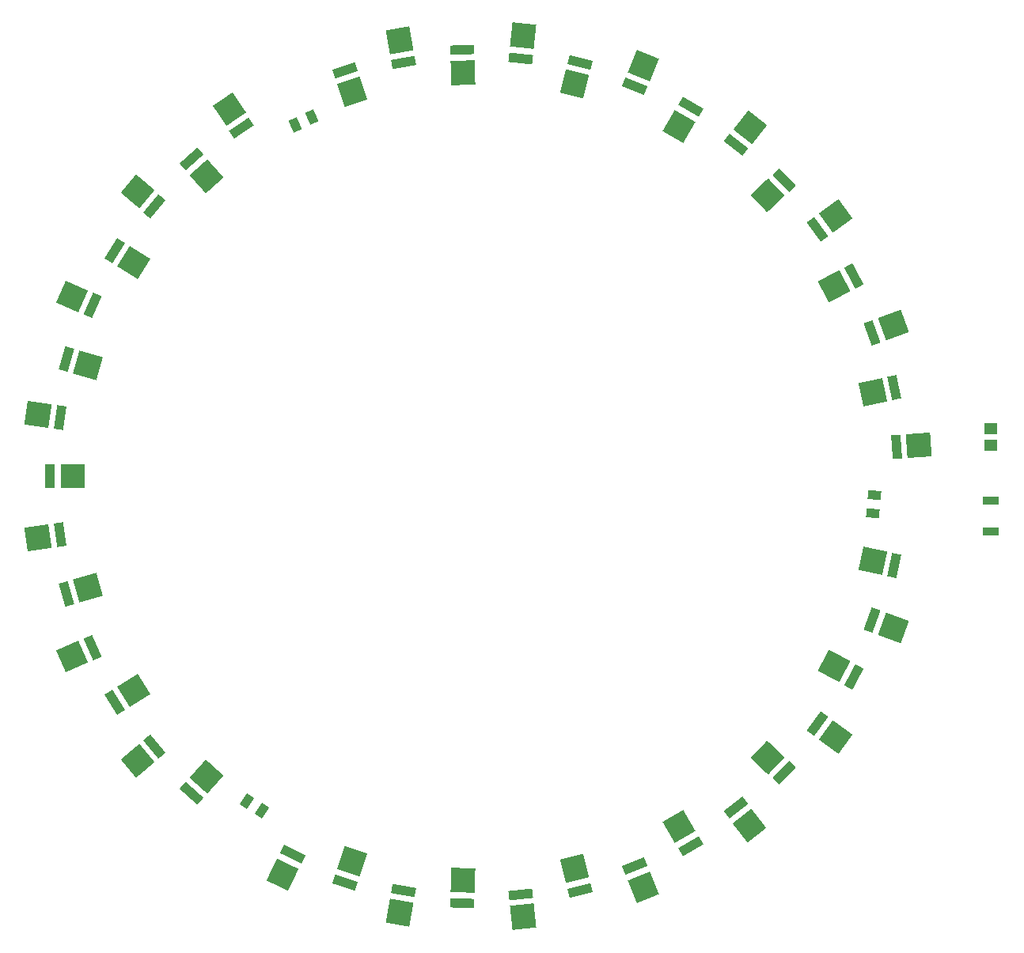
<source format=gtp>
G04 Layer_Color=8421504*
%FSLAX44Y44*%
%MOMM*%
G71*
G01*
G75*
G04:AMPARAMS|DCode=11|XSize=0.95mm|YSize=1.4mm|CornerRadius=0mm|HoleSize=0mm|Usage=FLASHONLY|Rotation=266.017|XOffset=0mm|YOffset=0mm|HoleType=Round|Shape=Rectangle|*
%AMROTATEDRECTD11*
4,1,4,-0.6653,0.5225,0.7313,0.4252,0.6653,-0.5225,-0.7313,-0.4252,-0.6653,0.5225,0.0*
%
%ADD11ROTATEDRECTD11*%

G04:AMPARAMS|DCode=12|XSize=2.55mm|YSize=2.6mm|CornerRadius=0mm|HoleSize=0mm|Usage=FLASHONLY|Rotation=78.000|XOffset=0mm|YOffset=0mm|HoleType=Round|Shape=Rectangle|*
%AMROTATEDRECTD12*
4,1,4,1.0065,-1.5174,-1.5367,-0.9768,-1.0065,1.5174,1.5367,0.9768,1.0065,-1.5174,0.0*
%
%ADD12ROTATEDRECTD12*%

G04:AMPARAMS|DCode=13|XSize=2.55mm|YSize=1mm|CornerRadius=0mm|HoleSize=0mm|Usage=FLASHONLY|Rotation=78.000|XOffset=0mm|YOffset=0mm|HoleType=Round|Shape=Rectangle|*
%AMROTATEDRECTD13*
4,1,4,0.2240,-1.3511,-0.7542,-1.1432,-0.2240,1.3511,0.7542,1.1432,0.2240,-1.3511,0.0*
%
%ADD13ROTATEDRECTD13*%

%ADD14R,1.8000X0.9000*%
%ADD15R,1.4500X1.1500*%
G04:AMPARAMS|DCode=16|XSize=0.95mm|YSize=1.4mm|CornerRadius=0mm|HoleSize=0mm|Usage=FLASHONLY|Rotation=26.000|XOffset=0mm|YOffset=0mm|HoleType=Round|Shape=Rectangle|*
%AMROTATEDRECTD16*
4,1,4,-0.1201,-0.8374,-0.7338,0.4209,0.1201,0.8374,0.7338,-0.4209,-0.1201,-0.8374,0.0*
%
%ADD16ROTATEDRECTD16*%

G04:AMPARAMS|DCode=17|XSize=2.55mm|YSize=2.6mm|CornerRadius=0mm|HoleSize=0mm|Usage=FLASHONLY|Rotation=274.000|XOffset=0mm|YOffset=0mm|HoleType=Round|Shape=Rectangle|*
%AMROTATEDRECTD17*
4,1,4,-1.3858,1.1812,1.2079,1.3626,1.3858,-1.1812,-1.2079,-1.3626,-1.3858,1.1812,0.0*
%
%ADD17ROTATEDRECTD17*%

G04:AMPARAMS|DCode=18|XSize=2.55mm|YSize=1mm|CornerRadius=0mm|HoleSize=0mm|Usage=FLASHONLY|Rotation=274.000|XOffset=0mm|YOffset=0mm|HoleType=Round|Shape=Rectangle|*
%AMROTATEDRECTD18*
4,1,4,-0.5877,1.2370,0.4098,1.3068,0.5877,-1.2370,-0.4098,-1.3068,-0.5877,1.2370,0.0*
%
%ADD18ROTATEDRECTD18*%

G04:AMPARAMS|DCode=19|XSize=2.55mm|YSize=2.6mm|CornerRadius=0mm|HoleSize=0mm|Usage=FLASHONLY|Rotation=102.000|XOffset=0mm|YOffset=0mm|HoleType=Round|Shape=Rectangle|*
%AMROTATEDRECTD19*
4,1,4,1.5367,-0.9768,-1.0065,-1.5174,-1.5367,0.9768,1.0065,1.5174,1.5367,-0.9768,0.0*
%
%ADD19ROTATEDRECTD19*%

G04:AMPARAMS|DCode=20|XSize=2.55mm|YSize=1mm|CornerRadius=0mm|HoleSize=0mm|Usage=FLASHONLY|Rotation=102.000|XOffset=0mm|YOffset=0mm|HoleType=Round|Shape=Rectangle|*
%AMROTATEDRECTD20*
4,1,4,0.7542,-1.1432,-0.2240,-1.3511,-0.7542,1.1432,0.2240,1.3511,0.7542,-1.1432,0.0*
%
%ADD20ROTATEDRECTD20*%

G04:AMPARAMS|DCode=21|XSize=2.55mm|YSize=2.6mm|CornerRadius=0mm|HoleSize=0mm|Usage=FLASHONLY|Rotation=290.000|XOffset=0mm|YOffset=0mm|HoleType=Round|Shape=Rectangle|*
%AMROTATEDRECTD21*
4,1,4,-1.6577,0.7535,0.7855,1.6427,1.6577,-0.7535,-0.7855,-1.6427,-1.6577,0.7535,0.0*
%
%ADD21ROTATEDRECTD21*%

G04:AMPARAMS|DCode=22|XSize=2.55mm|YSize=1mm|CornerRadius=0mm|HoleSize=0mm|Usage=FLASHONLY|Rotation=290.000|XOffset=0mm|YOffset=0mm|HoleType=Round|Shape=Rectangle|*
%AMROTATEDRECTD22*
4,1,4,-0.9059,1.0271,0.0338,1.3691,0.9059,-1.0271,-0.0338,-1.3691,-0.9059,1.0271,0.0*
%
%ADD22ROTATEDRECTD22*%

G04:AMPARAMS|DCode=23|XSize=2.55mm|YSize=2.6mm|CornerRadius=0mm|HoleSize=0mm|Usage=FLASHONLY|Rotation=118.000|XOffset=0mm|YOffset=0mm|HoleType=Round|Shape=Rectangle|*
%AMROTATEDRECTD23*
4,1,4,1.7464,-0.5154,-0.5493,-1.7361,-1.7464,0.5154,0.5493,1.7361,1.7464,-0.5154,0.0*
%
%ADD23ROTATEDRECTD23*%

G04:AMPARAMS|DCode=24|XSize=2.55mm|YSize=1mm|CornerRadius=0mm|HoleSize=0mm|Usage=FLASHONLY|Rotation=118.000|XOffset=0mm|YOffset=0mm|HoleType=Round|Shape=Rectangle|*
%AMROTATEDRECTD24*
4,1,4,1.0400,-0.8910,0.1571,-1.3605,-1.0400,0.8910,-0.1571,1.3605,1.0400,-0.8910,0.0*
%
%ADD24ROTATEDRECTD24*%

G04:AMPARAMS|DCode=25|XSize=2.55mm|YSize=2.6mm|CornerRadius=0mm|HoleSize=0mm|Usage=FLASHONLY|Rotation=306.000|XOffset=0mm|YOffset=0mm|HoleType=Round|Shape=Rectangle|*
%AMROTATEDRECTD25*
4,1,4,-1.8012,0.2674,0.3023,1.7956,1.8012,-0.2674,-0.3023,-1.7956,-1.8012,0.2674,0.0*
%
%ADD25ROTATEDRECTD25*%

G04:AMPARAMS|DCode=26|XSize=2.55mm|YSize=1mm|CornerRadius=0mm|HoleSize=0mm|Usage=FLASHONLY|Rotation=306.000|XOffset=0mm|YOffset=0mm|HoleType=Round|Shape=Rectangle|*
%AMROTATEDRECTD26*
4,1,4,-1.1539,0.7376,-0.3449,1.3254,1.1539,-0.7376,0.3449,-1.3254,-1.1539,0.7376,0.0*
%
%ADD26ROTATEDRECTD26*%

G04:AMPARAMS|DCode=27|XSize=2.55mm|YSize=2.6mm|CornerRadius=0mm|HoleSize=0mm|Usage=FLASHONLY|Rotation=134.000|XOffset=0mm|YOffset=0mm|HoleType=Round|Shape=Rectangle|*
%AMROTATEDRECTD27*
4,1,4,1.8208,-0.0141,-0.0495,-1.8202,-1.8208,0.0141,0.0495,1.8202,1.8208,-0.0141,0.0*
%
%ADD27ROTATEDRECTD27*%

G04:AMPARAMS|DCode=28|XSize=2.55mm|YSize=1mm|CornerRadius=0mm|HoleSize=0mm|Usage=FLASHONLY|Rotation=134.000|XOffset=0mm|YOffset=0mm|HoleType=Round|Shape=Rectangle|*
%AMROTATEDRECTD28*
4,1,4,1.2454,-0.5698,0.5260,-1.2645,-1.2454,0.5698,-0.5260,1.2645,1.2454,-0.5698,0.0*
%
%ADD28ROTATEDRECTD28*%

G04:AMPARAMS|DCode=29|XSize=2.55mm|YSize=2.6mm|CornerRadius=0mm|HoleSize=0mm|Usage=FLASHONLY|Rotation=322.000|XOffset=0mm|YOffset=0mm|HoleType=Round|Shape=Rectangle|*
%AMROTATEDRECTD29*
4,1,4,-1.8051,-0.2394,-0.2044,1.8094,1.8051,0.2394,0.2044,-1.8094,-1.8051,-0.2394,0.0*
%
%ADD29ROTATEDRECTD29*%

G04:AMPARAMS|DCode=30|XSize=2.55mm|YSize=1mm|CornerRadius=0mm|HoleSize=0mm|Usage=FLASHONLY|Rotation=322.000|XOffset=0mm|YOffset=0mm|HoleType=Round|Shape=Rectangle|*
%AMROTATEDRECTD30*
4,1,4,-1.3125,0.3910,-0.6969,1.1790,1.3125,-0.3910,0.6969,-1.1790,-1.3125,0.3910,0.0*
%
%ADD30ROTATEDRECTD30*%

G04:AMPARAMS|DCode=31|XSize=2.55mm|YSize=2.6mm|CornerRadius=0mm|HoleSize=0mm|Usage=FLASHONLY|Rotation=150.000|XOffset=0mm|YOffset=0mm|HoleType=Round|Shape=Rectangle|*
%AMROTATEDRECTD31*
4,1,4,1.7542,0.4883,0.4542,-1.7633,-1.7542,-0.4883,-0.4542,1.7633,1.7542,0.4883,0.0*
%
%ADD31ROTATEDRECTD31*%

G04:AMPARAMS|DCode=32|XSize=2.55mm|YSize=1mm|CornerRadius=0mm|HoleSize=0mm|Usage=FLASHONLY|Rotation=150.000|XOffset=0mm|YOffset=0mm|HoleType=Round|Shape=Rectangle|*
%AMROTATEDRECTD32*
4,1,4,1.3542,-0.2045,0.8542,-1.0705,-1.3542,0.2045,-0.8542,1.0705,1.3542,-0.2045,0.0*
%
%ADD32ROTATEDRECTD32*%

G04:AMPARAMS|DCode=33|XSize=2.55mm|YSize=2.6mm|CornerRadius=0mm|HoleSize=0mm|Usage=FLASHONLY|Rotation=338.000|XOffset=0mm|YOffset=0mm|HoleType=Round|Shape=Rectangle|*
%AMROTATEDRECTD33*
4,1,4,-1.6692,-0.7277,-0.6952,1.6830,1.6692,0.7277,0.6952,-1.6830,-1.6692,-0.7277,0.0*
%
%ADD33ROTATEDRECTD33*%

G04:AMPARAMS|DCode=34|XSize=2.55mm|YSize=1mm|CornerRadius=0mm|HoleSize=0mm|Usage=FLASHONLY|Rotation=338.000|XOffset=0mm|YOffset=0mm|HoleType=Round|Shape=Rectangle|*
%AMROTATEDRECTD34*
4,1,4,-1.3695,0.0140,-0.9949,0.9412,1.3695,-0.0140,0.9949,-0.9412,-1.3695,0.0140,0.0*
%
%ADD34ROTATEDRECTD34*%

G04:AMPARAMS|DCode=35|XSize=2.55mm|YSize=2.6mm|CornerRadius=0mm|HoleSize=0mm|Usage=FLASHONLY|Rotation=166.000|XOffset=0mm|YOffset=0mm|HoleType=Round|Shape=Rectangle|*
%AMROTATEDRECTD35*
4,1,4,1.5516,0.9529,0.9226,-1.5698,-1.5516,-0.9529,-0.9226,1.5698,1.5516,0.9529,0.0*
%
%ADD35ROTATEDRECTD35*%

G04:AMPARAMS|DCode=36|XSize=2.55mm|YSize=1mm|CornerRadius=0mm|HoleSize=0mm|Usage=FLASHONLY|Rotation=166.000|XOffset=0mm|YOffset=0mm|HoleType=Round|Shape=Rectangle|*
%AMROTATEDRECTD36*
4,1,4,1.3581,0.1767,1.1162,-0.7936,-1.3581,-0.1767,-1.1162,0.7936,1.3581,0.1767,0.0*
%
%ADD36ROTATEDRECTD36*%

G04:AMPARAMS|DCode=37|XSize=2.55mm|YSize=2.6mm|CornerRadius=0mm|HoleSize=0mm|Usage=FLASHONLY|Rotation=354.000|XOffset=0mm|YOffset=0mm|HoleType=Round|Shape=Rectangle|*
%AMROTATEDRECTD37*
4,1,4,-1.4039,-1.1596,-1.1321,1.4262,1.4039,1.1596,1.1321,-1.4262,-1.4039,-1.1596,0.0*
%
%ADD37ROTATEDRECTD37*%

G04:AMPARAMS|DCode=38|XSize=2.55mm|YSize=1mm|CornerRadius=0mm|HoleSize=0mm|Usage=FLASHONLY|Rotation=354.000|XOffset=0mm|YOffset=0mm|HoleType=Round|Shape=Rectangle|*
%AMROTATEDRECTD38*
4,1,4,-1.3203,-0.3640,-1.2157,0.6305,1.3203,0.3640,1.2157,-0.6305,-1.3203,-0.3640,0.0*
%
%ADD38ROTATEDRECTD38*%

G04:AMPARAMS|DCode=39|XSize=2.55mm|YSize=2.6mm|CornerRadius=0mm|HoleSize=0mm|Usage=FLASHONLY|Rotation=182.000|XOffset=0mm|YOffset=0mm|HoleType=Round|Shape=Rectangle|*
%AMROTATEDRECTD39*
4,1,4,1.2289,1.3437,1.3196,-1.2547,-1.2289,-1.3437,-1.3196,1.2547,1.2289,1.3437,0.0*
%
%ADD39ROTATEDRECTD39*%

G04:AMPARAMS|DCode=40|XSize=2.55mm|YSize=1mm|CornerRadius=0mm|HoleSize=0mm|Usage=FLASHONLY|Rotation=182.000|XOffset=0mm|YOffset=0mm|HoleType=Round|Shape=Rectangle|*
%AMROTATEDRECTD40*
4,1,4,1.2568,0.5442,1.2917,-0.4552,-1.2568,-0.5442,-1.2917,0.4552,1.2568,0.5442,0.0*
%
%ADD40ROTATEDRECTD40*%

G04:AMPARAMS|DCode=41|XSize=2.55mm|YSize=2.6mm|CornerRadius=0mm|HoleSize=0mm|Usage=FLASHONLY|Rotation=10.000|XOffset=0mm|YOffset=0mm|HoleType=Round|Shape=Rectangle|*
%AMROTATEDRECTD41*
4,1,4,-1.0299,-1.5017,-1.4814,1.0589,1.0299,1.5017,1.4814,-1.0589,-1.0299,-1.5017,0.0*
%
%ADD41ROTATEDRECTD41*%

G04:AMPARAMS|DCode=42|XSize=2.55mm|YSize=1mm|CornerRadius=0mm|HoleSize=0mm|Usage=FLASHONLY|Rotation=10.000|XOffset=0mm|YOffset=0mm|HoleType=Round|Shape=Rectangle|*
%AMROTATEDRECTD42*
4,1,4,-1.1688,-0.7138,-1.3425,0.2710,1.1688,0.7138,1.3425,-0.2710,-1.1688,-0.7138,0.0*
%
%ADD42ROTATEDRECTD42*%

G04:AMPARAMS|DCode=43|XSize=2.55mm|YSize=2.6mm|CornerRadius=0mm|HoleSize=0mm|Usage=FLASHONLY|Rotation=198.000|XOffset=0mm|YOffset=0mm|HoleType=Round|Shape=Rectangle|*
%AMROTATEDRECTD43*
4,1,4,0.8109,1.6304,1.6143,-0.8424,-0.8109,-1.6304,-1.6143,0.8424,0.8109,1.6304,0.0*
%
%ADD43ROTATEDRECTD43*%

G04:AMPARAMS|DCode=44|XSize=2.55mm|YSize=1mm|CornerRadius=0mm|HoleSize=0mm|Usage=FLASHONLY|Rotation=198.000|XOffset=0mm|YOffset=0mm|HoleType=Round|Shape=Rectangle|*
%AMROTATEDRECTD44*
4,1,4,1.0581,0.8695,1.3671,-0.0815,-1.0581,-0.8695,-1.3671,0.0815,1.0581,0.8695,0.0*
%
%ADD44ROTATEDRECTD44*%

G04:AMPARAMS|DCode=45|XSize=0.95mm|YSize=1.4mm|CornerRadius=0mm|HoleSize=0mm|Usage=FLASHONLY|Rotation=146.000|XOffset=0mm|YOffset=0mm|HoleType=Round|Shape=Rectangle|*
%AMROTATEDRECTD45*
4,1,4,0.7852,0.3147,0.0024,-0.8459,-0.7852,-0.3147,-0.0024,0.8459,0.7852,0.3147,0.0*
%
%ADD45ROTATEDRECTD45*%

G04:AMPARAMS|DCode=46|XSize=2.55mm|YSize=2.6mm|CornerRadius=0mm|HoleSize=0mm|Usage=FLASHONLY|Rotation=34.000|XOffset=0mm|YOffset=0mm|HoleType=Round|Shape=Rectangle|*
%AMROTATEDRECTD46*
4,1,4,-0.3301,-1.7907,-1.7840,0.3648,0.3301,1.7907,1.7840,-0.3648,-0.3301,-1.7907,0.0*
%
%ADD46ROTATEDRECTD46*%

G04:AMPARAMS|DCode=47|XSize=2.55mm|YSize=1mm|CornerRadius=0mm|HoleSize=0mm|Usage=FLASHONLY|Rotation=34.000|XOffset=0mm|YOffset=0mm|HoleType=Round|Shape=Rectangle|*
%AMROTATEDRECTD47*
4,1,4,-0.7774,-1.1275,-1.3366,-0.2984,0.7774,1.1275,1.3366,0.2984,-0.7774,-1.1275,0.0*
%
%ADD47ROTATEDRECTD47*%

G04:AMPARAMS|DCode=48|XSize=2.55mm|YSize=2.6mm|CornerRadius=0mm|HoleSize=0mm|Usage=FLASHONLY|Rotation=222.000|XOffset=0mm|YOffset=0mm|HoleType=Round|Shape=Rectangle|*
%AMROTATEDRECTD48*
4,1,4,0.0776,1.8192,1.8174,-0.1129,-0.0776,-1.8192,-1.8174,0.1129,0.0776,1.8192,0.0*
%
%ADD48ROTATEDRECTD48*%

G04:AMPARAMS|DCode=49|XSize=2.55mm|YSize=1mm|CornerRadius=0mm|HoleSize=0mm|Usage=FLASHONLY|Rotation=222.000|XOffset=0mm|YOffset=0mm|HoleType=Round|Shape=Rectangle|*
%AMROTATEDRECTD49*
4,1,4,0.6129,1.2247,1.2821,0.4816,-0.6129,-1.2247,-1.2821,-0.4816,0.6129,1.2247,0.0*
%
%ADD49ROTATEDRECTD49*%

G04:AMPARAMS|DCode=50|XSize=2.55mm|YSize=2.6mm|CornerRadius=0mm|HoleSize=0mm|Usage=FLASHONLY|Rotation=50.000|XOffset=0mm|YOffset=0mm|HoleType=Round|Shape=Rectangle|*
%AMROTATEDRECTD50*
4,1,4,0.1763,-1.8123,-1.8154,-0.1411,-0.1763,1.8123,1.8154,0.1411,0.1763,-1.8123,0.0*
%
%ADD50ROTATEDRECTD50*%

G04:AMPARAMS|DCode=51|XSize=2.55mm|YSize=1mm|CornerRadius=0mm|HoleSize=0mm|Usage=FLASHONLY|Rotation=50.000|XOffset=0mm|YOffset=0mm|HoleType=Round|Shape=Rectangle|*
%AMROTATEDRECTD51*
4,1,4,-0.4365,-1.2981,-1.2026,-0.6553,0.4365,1.2981,1.2026,0.6553,-0.4365,-1.2981,0.0*
%
%ADD51ROTATEDRECTD51*%

G04:AMPARAMS|DCode=52|XSize=2.55mm|YSize=2.6mm|CornerRadius=0mm|HoleSize=0mm|Usage=FLASHONLY|Rotation=238.000|XOffset=0mm|YOffset=0mm|HoleType=Round|Shape=Rectangle|*
%AMROTATEDRECTD52*
4,1,4,-0.4268,1.7702,1.7781,0.3924,0.4268,-1.7702,-1.7781,-0.3924,-0.4268,1.7702,0.0*
%
%ADD52ROTATEDRECTD52*%

G04:AMPARAMS|DCode=53|XSize=2.55mm|YSize=1mm|CornerRadius=0mm|HoleSize=0mm|Usage=FLASHONLY|Rotation=238.000|XOffset=0mm|YOffset=0mm|HoleType=Round|Shape=Rectangle|*
%AMROTATEDRECTD53*
4,1,4,0.2516,1.3462,1.0997,0.8163,-0.2516,-1.3462,-1.0997,-0.8163,0.2516,1.3462,0.0*
%
%ADD53ROTATEDRECTD53*%

G04:AMPARAMS|DCode=54|XSize=2.55mm|YSize=2.6mm|CornerRadius=0mm|HoleSize=0mm|Usage=FLASHONLY|Rotation=66.000|XOffset=0mm|YOffset=0mm|HoleType=Round|Shape=Rectangle|*
%AMROTATEDRECTD54*
4,1,4,0.6690,-1.6935,-1.7062,-0.6360,-0.6690,1.6935,1.7062,0.6360,0.6690,-1.6935,0.0*
%
%ADD54ROTATEDRECTD54*%

G04:AMPARAMS|DCode=55|XSize=2.55mm|YSize=1mm|CornerRadius=0mm|HoleSize=0mm|Usage=FLASHONLY|Rotation=66.000|XOffset=0mm|YOffset=0mm|HoleType=Round|Shape=Rectangle|*
%AMROTATEDRECTD55*
4,1,4,-0.0618,-1.3681,-0.9754,-0.9614,0.0618,1.3681,0.9754,0.9614,-0.0618,-1.3681,0.0*
%
%ADD55ROTATEDRECTD55*%

G04:AMPARAMS|DCode=56|XSize=2.55mm|YSize=2.6mm|CornerRadius=0mm|HoleSize=0mm|Usage=FLASHONLY|Rotation=254.000|XOffset=0mm|YOffset=0mm|HoleType=Round|Shape=Rectangle|*
%AMROTATEDRECTD56*
4,1,4,-0.8982,1.5839,1.6011,0.8673,0.8982,-1.5839,-1.6011,-0.8673,-0.8982,1.5839,0.0*
%
%ADD56ROTATEDRECTD56*%

G04:AMPARAMS|DCode=57|XSize=2.55mm|YSize=1mm|CornerRadius=0mm|HoleSize=0mm|Usage=FLASHONLY|Rotation=254.000|XOffset=0mm|YOffset=0mm|HoleType=Round|Shape=Rectangle|*
%AMROTATEDRECTD57*
4,1,4,-0.1292,1.3634,0.8321,1.0878,0.1292,-1.3634,-0.8321,-1.0878,-0.1292,1.3634,0.0*
%
%ADD57ROTATEDRECTD57*%

G04:AMPARAMS|DCode=58|XSize=2.55mm|YSize=2.6mm|CornerRadius=0mm|HoleSize=0mm|Usage=FLASHONLY|Rotation=82.000|XOffset=0mm|YOffset=0mm|HoleType=Round|Shape=Rectangle|*
%AMROTATEDRECTD58*
4,1,4,1.1099,-1.4435,-1.4648,-1.0817,-1.1099,1.4435,1.4648,1.0817,1.1099,-1.4435,0.0*
%
%ADD58ROTATEDRECTD58*%

G04:AMPARAMS|DCode=59|XSize=2.55mm|YSize=1mm|CornerRadius=0mm|HoleSize=0mm|Usage=FLASHONLY|Rotation=82.000|XOffset=0mm|YOffset=0mm|HoleType=Round|Shape=Rectangle|*
%AMROTATEDRECTD59*
4,1,4,0.3177,-1.3322,-0.6726,-1.1930,-0.3177,1.3322,0.6726,1.1930,0.3177,-1.3322,0.0*
%
%ADD59ROTATEDRECTD59*%

%ADD60R,2.6000X2.5500*%
%ADD61R,1.0000X2.5500*%
G04:AMPARAMS|DCode=62|XSize=2.55mm|YSize=2.6mm|CornerRadius=0mm|HoleSize=0mm|Usage=FLASHONLY|Rotation=98.000|XOffset=0mm|YOffset=0mm|HoleType=Round|Shape=Rectangle|*
%AMROTATEDRECTD62*
4,1,4,1.4648,-1.0817,-1.1099,-1.4435,-1.4648,1.0817,1.1099,1.4435,1.4648,-1.0817,0.0*
%
%ADD62ROTATEDRECTD62*%

G04:AMPARAMS|DCode=63|XSize=2.55mm|YSize=1mm|CornerRadius=0mm|HoleSize=0mm|Usage=FLASHONLY|Rotation=98.000|XOffset=0mm|YOffset=0mm|HoleType=Round|Shape=Rectangle|*
%AMROTATEDRECTD63*
4,1,4,0.6726,-1.1930,-0.3177,-1.3322,-0.6726,1.1930,0.3177,1.3322,0.6726,-1.1930,0.0*
%
%ADD63ROTATEDRECTD63*%

G04:AMPARAMS|DCode=64|XSize=2.55mm|YSize=2.6mm|CornerRadius=0mm|HoleSize=0mm|Usage=FLASHONLY|Rotation=286.000|XOffset=0mm|YOffset=0mm|HoleType=Round|Shape=Rectangle|*
%AMROTATEDRECTD64*
4,1,4,-1.6011,0.8673,0.8982,1.5839,1.6011,-0.8673,-0.8982,-1.5839,-1.6011,0.8673,0.0*
%
%ADD64ROTATEDRECTD64*%

G04:AMPARAMS|DCode=65|XSize=2.55mm|YSize=1mm|CornerRadius=0mm|HoleSize=0mm|Usage=FLASHONLY|Rotation=286.000|XOffset=0mm|YOffset=0mm|HoleType=Round|Shape=Rectangle|*
%AMROTATEDRECTD65*
4,1,4,-0.8321,1.0878,0.1292,1.3634,0.8321,-1.0878,-0.1292,-1.3634,-0.8321,1.0878,0.0*
%
%ADD65ROTATEDRECTD65*%

G04:AMPARAMS|DCode=66|XSize=2.55mm|YSize=2.6mm|CornerRadius=0mm|HoleSize=0mm|Usage=FLASHONLY|Rotation=114.000|XOffset=0mm|YOffset=0mm|HoleType=Round|Shape=Rectangle|*
%AMROTATEDRECTD66*
4,1,4,1.7062,-0.6360,-0.6690,-1.6935,-1.7062,0.6360,0.6690,1.6935,1.7062,-0.6360,0.0*
%
%ADD66ROTATEDRECTD66*%

G04:AMPARAMS|DCode=67|XSize=2.55mm|YSize=1mm|CornerRadius=0mm|HoleSize=0mm|Usage=FLASHONLY|Rotation=114.000|XOffset=0mm|YOffset=0mm|HoleType=Round|Shape=Rectangle|*
%AMROTATEDRECTD67*
4,1,4,0.9754,-0.9614,0.0618,-1.3681,-0.9754,0.9614,-0.0618,1.3681,0.9754,-0.9614,0.0*
%
%ADD67ROTATEDRECTD67*%

G04:AMPARAMS|DCode=68|XSize=2.55mm|YSize=2.6mm|CornerRadius=0mm|HoleSize=0mm|Usage=FLASHONLY|Rotation=302.000|XOffset=0mm|YOffset=0mm|HoleType=Round|Shape=Rectangle|*
%AMROTATEDRECTD68*
4,1,4,-1.7781,0.3924,0.4268,1.7702,1.7781,-0.3924,-0.4268,-1.7702,-1.7781,0.3924,0.0*
%
%ADD68ROTATEDRECTD68*%

G04:AMPARAMS|DCode=69|XSize=2.55mm|YSize=1mm|CornerRadius=0mm|HoleSize=0mm|Usage=FLASHONLY|Rotation=302.000|XOffset=0mm|YOffset=0mm|HoleType=Round|Shape=Rectangle|*
%AMROTATEDRECTD69*
4,1,4,-1.0997,0.8163,-0.2516,1.3462,1.0997,-0.8163,0.2516,-1.3462,-1.0997,0.8163,0.0*
%
%ADD69ROTATEDRECTD69*%

G04:AMPARAMS|DCode=70|XSize=2.55mm|YSize=2.6mm|CornerRadius=0mm|HoleSize=0mm|Usage=FLASHONLY|Rotation=130.000|XOffset=0mm|YOffset=0mm|HoleType=Round|Shape=Rectangle|*
%AMROTATEDRECTD70*
4,1,4,1.8154,-0.1411,-0.1763,-1.8123,-1.8154,0.1411,0.1763,1.8123,1.8154,-0.1411,0.0*
%
%ADD70ROTATEDRECTD70*%

G04:AMPARAMS|DCode=71|XSize=2.55mm|YSize=1mm|CornerRadius=0mm|HoleSize=0mm|Usage=FLASHONLY|Rotation=130.000|XOffset=0mm|YOffset=0mm|HoleType=Round|Shape=Rectangle|*
%AMROTATEDRECTD71*
4,1,4,1.2026,-0.6553,0.4365,-1.2981,-1.2026,0.6553,-0.4365,1.2981,1.2026,-0.6553,0.0*
%
%ADD71ROTATEDRECTD71*%

G04:AMPARAMS|DCode=72|XSize=2.55mm|YSize=2.6mm|CornerRadius=0mm|HoleSize=0mm|Usage=FLASHONLY|Rotation=318.000|XOffset=0mm|YOffset=0mm|HoleType=Round|Shape=Rectangle|*
%AMROTATEDRECTD72*
4,1,4,-1.8174,-0.1129,-0.0776,1.8192,1.8174,0.1129,0.0776,-1.8192,-1.8174,-0.1129,0.0*
%
%ADD72ROTATEDRECTD72*%

G04:AMPARAMS|DCode=73|XSize=2.55mm|YSize=1mm|CornerRadius=0mm|HoleSize=0mm|Usage=FLASHONLY|Rotation=318.000|XOffset=0mm|YOffset=0mm|HoleType=Round|Shape=Rectangle|*
%AMROTATEDRECTD73*
4,1,4,-1.2821,0.4816,-0.6129,1.2247,1.2821,-0.4816,0.6129,-1.2247,-1.2821,0.4816,0.0*
%
%ADD73ROTATEDRECTD73*%

G04:AMPARAMS|DCode=74|XSize=2.55mm|YSize=2.6mm|CornerRadius=0mm|HoleSize=0mm|Usage=FLASHONLY|Rotation=154.000|XOffset=0mm|YOffset=0mm|HoleType=Round|Shape=Rectangle|*
%AMROTATEDRECTD74*
4,1,4,1.7159,0.6095,0.5761,-1.7273,-1.7159,-0.6095,-0.5761,1.7273,1.7159,0.6095,0.0*
%
%ADD74ROTATEDRECTD74*%

G04:AMPARAMS|DCode=75|XSize=2.55mm|YSize=1mm|CornerRadius=0mm|HoleSize=0mm|Usage=FLASHONLY|Rotation=154.000|XOffset=0mm|YOffset=0mm|HoleType=Round|Shape=Rectangle|*
%AMROTATEDRECTD75*
4,1,4,1.3651,-0.1095,0.9268,-1.0083,-1.3651,0.1095,-0.9268,1.0083,1.3651,-0.1095,0.0*
%
%ADD75ROTATEDRECTD75*%

G04:AMPARAMS|DCode=76|XSize=2.55mm|YSize=2.6mm|CornerRadius=0mm|HoleSize=0mm|Usage=FLASHONLY|Rotation=342.000|XOffset=0mm|YOffset=0mm|HoleType=Round|Shape=Rectangle|*
%AMROTATEDRECTD76*
4,1,4,-1.6143,-0.8424,-0.8109,1.6304,1.6143,0.8424,0.8109,-1.6304,-1.6143,-0.8424,0.0*
%
%ADD76ROTATEDRECTD76*%

G04:AMPARAMS|DCode=77|XSize=2.55mm|YSize=1mm|CornerRadius=0mm|HoleSize=0mm|Usage=FLASHONLY|Rotation=342.000|XOffset=0mm|YOffset=0mm|HoleType=Round|Shape=Rectangle|*
%AMROTATEDRECTD77*
4,1,4,-1.3671,-0.0815,-1.0581,0.8695,1.3671,0.0815,1.0581,-0.8695,-1.3671,-0.0815,0.0*
%
%ADD77ROTATEDRECTD77*%

G04:AMPARAMS|DCode=78|XSize=2.55mm|YSize=2.6mm|CornerRadius=0mm|HoleSize=0mm|Usage=FLASHONLY|Rotation=170.000|XOffset=0mm|YOffset=0mm|HoleType=Round|Shape=Rectangle|*
%AMROTATEDRECTD78*
4,1,4,1.4814,1.0589,1.0299,-1.5017,-1.4814,-1.0589,-1.0299,1.5017,1.4814,1.0589,0.0*
%
%ADD78ROTATEDRECTD78*%

G04:AMPARAMS|DCode=79|XSize=2.55mm|YSize=1mm|CornerRadius=0mm|HoleSize=0mm|Usage=FLASHONLY|Rotation=170.000|XOffset=0mm|YOffset=0mm|HoleType=Round|Shape=Rectangle|*
%AMROTATEDRECTD79*
4,1,4,1.3425,0.2710,1.1688,-0.7138,-1.3425,-0.2710,-1.1688,0.7138,1.3425,0.2710,0.0*
%
%ADD79ROTATEDRECTD79*%

G04:AMPARAMS|DCode=80|XSize=2.55mm|YSize=2.6mm|CornerRadius=0mm|HoleSize=0mm|Usage=FLASHONLY|Rotation=358.000|XOffset=0mm|YOffset=0mm|HoleType=Round|Shape=Rectangle|*
%AMROTATEDRECTD80*
4,1,4,-1.3196,-1.2547,-1.2289,1.3437,1.3196,1.2547,1.2289,-1.3437,-1.3196,-1.2547,0.0*
%
%ADD80ROTATEDRECTD80*%

G04:AMPARAMS|DCode=81|XSize=2.55mm|YSize=1mm|CornerRadius=0mm|HoleSize=0mm|Usage=FLASHONLY|Rotation=358.000|XOffset=0mm|YOffset=0mm|HoleType=Round|Shape=Rectangle|*
%AMROTATEDRECTD81*
4,1,4,-1.2917,-0.4552,-1.2568,0.5442,1.2917,0.4552,1.2568,-0.5442,-1.2917,-0.4552,0.0*
%
%ADD81ROTATEDRECTD81*%

G04:AMPARAMS|DCode=82|XSize=2.55mm|YSize=2.6mm|CornerRadius=0mm|HoleSize=0mm|Usage=FLASHONLY|Rotation=186.000|XOffset=0mm|YOffset=0mm|HoleType=Round|Shape=Rectangle|*
%AMROTATEDRECTD82*
4,1,4,1.1321,1.4262,1.4039,-1.1596,-1.1321,-1.4262,-1.4039,1.1596,1.1321,1.4262,0.0*
%
%ADD82ROTATEDRECTD82*%

G04:AMPARAMS|DCode=83|XSize=2.55mm|YSize=1mm|CornerRadius=0mm|HoleSize=0mm|Usage=FLASHONLY|Rotation=186.000|XOffset=0mm|YOffset=0mm|HoleType=Round|Shape=Rectangle|*
%AMROTATEDRECTD83*
4,1,4,1.2157,0.6305,1.3203,-0.3640,-1.2157,-0.6305,-1.3203,0.3640,1.2157,0.6305,0.0*
%
%ADD83ROTATEDRECTD83*%

G04:AMPARAMS|DCode=84|XSize=2.55mm|YSize=2.6mm|CornerRadius=0mm|HoleSize=0mm|Usage=FLASHONLY|Rotation=14.000|XOffset=0mm|YOffset=0mm|HoleType=Round|Shape=Rectangle|*
%AMROTATEDRECTD84*
4,1,4,-0.9226,-1.5698,-1.5516,0.9529,0.9226,1.5698,1.5516,-0.9529,-0.9226,-1.5698,0.0*
%
%ADD84ROTATEDRECTD84*%

G04:AMPARAMS|DCode=85|XSize=2.55mm|YSize=1mm|CornerRadius=0mm|HoleSize=0mm|Usage=FLASHONLY|Rotation=14.000|XOffset=0mm|YOffset=0mm|HoleType=Round|Shape=Rectangle|*
%AMROTATEDRECTD85*
4,1,4,-1.1162,-0.7936,-1.3581,0.1767,1.1162,0.7936,1.3581,-0.1767,-1.1162,-0.7936,0.0*
%
%ADD85ROTATEDRECTD85*%

G04:AMPARAMS|DCode=86|XSize=2.55mm|YSize=2.6mm|CornerRadius=0mm|HoleSize=0mm|Usage=FLASHONLY|Rotation=202.000|XOffset=0mm|YOffset=0mm|HoleType=Round|Shape=Rectangle|*
%AMROTATEDRECTD86*
4,1,4,0.6952,1.6830,1.6692,-0.7277,-0.6952,-1.6830,-1.6692,0.7277,0.6952,1.6830,0.0*
%
%ADD86ROTATEDRECTD86*%

G04:AMPARAMS|DCode=87|XSize=2.55mm|YSize=1mm|CornerRadius=0mm|HoleSize=0mm|Usage=FLASHONLY|Rotation=202.000|XOffset=0mm|YOffset=0mm|HoleType=Round|Shape=Rectangle|*
%AMROTATEDRECTD87*
4,1,4,0.9949,0.9412,1.3695,0.0140,-0.9949,-0.9412,-1.3695,-0.0140,0.9949,0.9412,0.0*
%
%ADD87ROTATEDRECTD87*%

G04:AMPARAMS|DCode=88|XSize=2.55mm|YSize=2.6mm|CornerRadius=0mm|HoleSize=0mm|Usage=FLASHONLY|Rotation=30.000|XOffset=0mm|YOffset=0mm|HoleType=Round|Shape=Rectangle|*
%AMROTATEDRECTD88*
4,1,4,-0.4542,-1.7633,-1.7542,0.4883,0.4542,1.7633,1.7542,-0.4883,-0.4542,-1.7633,0.0*
%
%ADD88ROTATEDRECTD88*%

G04:AMPARAMS|DCode=89|XSize=2.55mm|YSize=1mm|CornerRadius=0mm|HoleSize=0mm|Usage=FLASHONLY|Rotation=30.000|XOffset=0mm|YOffset=0mm|HoleType=Round|Shape=Rectangle|*
%AMROTATEDRECTD89*
4,1,4,-0.8542,-1.0705,-1.3542,-0.2045,0.8542,1.0705,1.3542,0.2045,-0.8542,-1.0705,0.0*
%
%ADD89ROTATEDRECTD89*%

G04:AMPARAMS|DCode=90|XSize=2.55mm|YSize=2.6mm|CornerRadius=0mm|HoleSize=0mm|Usage=FLASHONLY|Rotation=218.000|XOffset=0mm|YOffset=0mm|HoleType=Round|Shape=Rectangle|*
%AMROTATEDRECTD90*
4,1,4,0.2044,1.8094,1.8051,-0.2394,-0.2044,-1.8094,-1.8051,0.2394,0.2044,1.8094,0.0*
%
%ADD90ROTATEDRECTD90*%

G04:AMPARAMS|DCode=91|XSize=2.55mm|YSize=1mm|CornerRadius=0mm|HoleSize=0mm|Usage=FLASHONLY|Rotation=218.000|XOffset=0mm|YOffset=0mm|HoleType=Round|Shape=Rectangle|*
%AMROTATEDRECTD91*
4,1,4,0.6969,1.1790,1.3125,0.3910,-0.6969,-1.1790,-1.3125,-0.3910,0.6969,1.1790,0.0*
%
%ADD91ROTATEDRECTD91*%

G04:AMPARAMS|DCode=92|XSize=2.55mm|YSize=2.6mm|CornerRadius=0mm|HoleSize=0mm|Usage=FLASHONLY|Rotation=46.000|XOffset=0mm|YOffset=0mm|HoleType=Round|Shape=Rectangle|*
%AMROTATEDRECTD92*
4,1,4,0.0495,-1.8202,-1.8208,-0.0141,-0.0495,1.8202,1.8208,0.0141,0.0495,-1.8202,0.0*
%
%ADD92ROTATEDRECTD92*%

G04:AMPARAMS|DCode=93|XSize=2.55mm|YSize=1mm|CornerRadius=0mm|HoleSize=0mm|Usage=FLASHONLY|Rotation=46.000|XOffset=0mm|YOffset=0mm|HoleType=Round|Shape=Rectangle|*
%AMROTATEDRECTD93*
4,1,4,-0.5260,-1.2645,-1.2454,-0.5698,0.5260,1.2645,1.2454,0.5698,-0.5260,-1.2645,0.0*
%
%ADD93ROTATEDRECTD93*%

G04:AMPARAMS|DCode=94|XSize=2.55mm|YSize=2.6mm|CornerRadius=0mm|HoleSize=0mm|Usage=FLASHONLY|Rotation=234.000|XOffset=0mm|YOffset=0mm|HoleType=Round|Shape=Rectangle|*
%AMROTATEDRECTD94*
4,1,4,-0.3023,1.7956,1.8012,0.2674,0.3023,-1.7956,-1.8012,-0.2674,-0.3023,1.7956,0.0*
%
%ADD94ROTATEDRECTD94*%

G04:AMPARAMS|DCode=95|XSize=2.55mm|YSize=1mm|CornerRadius=0mm|HoleSize=0mm|Usage=FLASHONLY|Rotation=234.000|XOffset=0mm|YOffset=0mm|HoleType=Round|Shape=Rectangle|*
%AMROTATEDRECTD95*
4,1,4,0.3449,1.3254,1.1539,0.7376,-0.3449,-1.3254,-1.1539,-0.7376,0.3449,1.3254,0.0*
%
%ADD95ROTATEDRECTD95*%

G04:AMPARAMS|DCode=96|XSize=2.55mm|YSize=2.6mm|CornerRadius=0mm|HoleSize=0mm|Usage=FLASHONLY|Rotation=62.000|XOffset=0mm|YOffset=0mm|HoleType=Round|Shape=Rectangle|*
%AMROTATEDRECTD96*
4,1,4,0.5493,-1.7361,-1.7464,-0.5154,-0.5493,1.7361,1.7464,0.5154,0.5493,-1.7361,0.0*
%
%ADD96ROTATEDRECTD96*%

G04:AMPARAMS|DCode=97|XSize=2.55mm|YSize=1mm|CornerRadius=0mm|HoleSize=0mm|Usage=FLASHONLY|Rotation=62.000|XOffset=0mm|YOffset=0mm|HoleType=Round|Shape=Rectangle|*
%AMROTATEDRECTD97*
4,1,4,-0.1571,-1.3605,-1.0400,-0.8910,0.1571,1.3605,1.0400,0.8910,-0.1571,-1.3605,0.0*
%
%ADD97ROTATEDRECTD97*%

G04:AMPARAMS|DCode=98|XSize=2.55mm|YSize=2.6mm|CornerRadius=0mm|HoleSize=0mm|Usage=FLASHONLY|Rotation=250.000|XOffset=0mm|YOffset=0mm|HoleType=Round|Shape=Rectangle|*
%AMROTATEDRECTD98*
4,1,4,-0.7855,1.6427,1.6577,0.7535,0.7855,-1.6427,-1.6577,-0.7535,-0.7855,1.6427,0.0*
%
%ADD98ROTATEDRECTD98*%

G04:AMPARAMS|DCode=99|XSize=2.55mm|YSize=1mm|CornerRadius=0mm|HoleSize=0mm|Usage=FLASHONLY|Rotation=250.000|XOffset=0mm|YOffset=0mm|HoleType=Round|Shape=Rectangle|*
%AMROTATEDRECTD99*
4,1,4,-0.0338,1.3691,0.9059,1.0271,0.0338,-1.3691,-0.9059,-1.0271,-0.0338,1.3691,0.0*
%
%ADD99ROTATEDRECTD99*%

D11*
X424895Y-20059D02*
D03*
X423576Y-39013D02*
D03*
D12*
X423342Y-89984D02*
D03*
D13*
X446818Y-94974D02*
D03*
D14*
X550000Y-26250D02*
D03*
X550000Y-58750D02*
D03*
D15*
Y33500D02*
D03*
Y51500D02*
D03*
D16*
X-194188Y376474D02*
D03*
X-177111Y384803D02*
D03*
D17*
X473045Y33078D02*
D03*
D18*
X449103Y31404D02*
D03*
D19*
X423342Y89984D02*
D03*
D20*
X446818Y94974D02*
D03*
D21*
X445602Y162186D02*
D03*
D22*
X423050Y153977D02*
D03*
D23*
X382140Y203187D02*
D03*
D24*
X403330Y214455D02*
D03*
D25*
X383636Y278728D02*
D03*
D26*
X364219Y264621D02*
D03*
D27*
X311330Y300648D02*
D03*
D28*
X328595Y317320D02*
D03*
D29*
X291947Y373675D02*
D03*
D30*
X277171Y354762D02*
D03*
D31*
X216400Y374816D02*
D03*
D32*
X228400Y395600D02*
D03*
D33*
X177638Y439671D02*
D03*
D34*
X168648Y417418D02*
D03*
D35*
X104704Y419944D02*
D03*
D36*
X110510Y443231D02*
D03*
D37*
X49567Y471602D02*
D03*
D38*
X47059Y447734D02*
D03*
D39*
X-15105Y432536D02*
D03*
D40*
X-15942Y456522D02*
D03*
D41*
X-82344Y466996D02*
D03*
D42*
X-78176Y443360D02*
D03*
D43*
X-133743Y411617D02*
D03*
D44*
X-141159Y434443D02*
D03*
D45*
X-230094Y-358118D02*
D03*
X-245846Y-347493D02*
D03*
D46*
X-265169Y393130D02*
D03*
D47*
X-251749Y373233D02*
D03*
D48*
X-289600Y321633D02*
D03*
D49*
X-305659Y339469D02*
D03*
D50*
X-363258Y304810D02*
D03*
D51*
X-344873Y289383D02*
D03*
D52*
X-367035Y229349D02*
D03*
D53*
X-387388Y242067D02*
D03*
D54*
X-433203Y192875D02*
D03*
D55*
X-411278Y183113D02*
D03*
D56*
X-416034Y119296D02*
D03*
D57*
X-439104Y125911D02*
D03*
D58*
X-469585Y65996D02*
D03*
D59*
X-445819Y62656D02*
D03*
D60*
X-432800Y0D02*
D03*
D61*
X-456800D02*
D03*
D62*
X-469585Y-65996D02*
D03*
D63*
X-445819Y-62656D02*
D03*
D64*
X-416034Y-119296D02*
D03*
D65*
X-439104Y-125911D02*
D03*
D66*
X-433203Y-192875D02*
D03*
D67*
X-411278Y-183113D02*
D03*
D68*
X-367035Y-229349D02*
D03*
D69*
X-387388Y-242067D02*
D03*
D70*
X-363258Y-304810D02*
D03*
D71*
X-344873Y-289383D02*
D03*
D72*
X-289600Y-321633D02*
D03*
D73*
X-305659Y-339469D02*
D03*
D74*
X-207876Y-426208D02*
D03*
D75*
X-197355Y-404637D02*
D03*
D76*
X-133743Y-411617D02*
D03*
D77*
X-141159Y-434443D02*
D03*
D78*
X-82344Y-466996D02*
D03*
D79*
X-78176Y-443360D02*
D03*
D80*
X-15105Y-432536D02*
D03*
D81*
X-15942Y-456522D02*
D03*
D82*
X49567Y-471602D02*
D03*
D83*
X47059Y-447734D02*
D03*
D84*
X104704Y-419944D02*
D03*
D85*
X110510Y-443231D02*
D03*
D86*
X177638Y-439671D02*
D03*
D87*
X168648Y-417418D02*
D03*
D88*
X216400Y-374816D02*
D03*
D89*
X228400Y-395600D02*
D03*
D90*
X291815Y-373506D02*
D03*
D91*
X277039Y-354594D02*
D03*
D92*
X311330Y-300648D02*
D03*
D93*
X328595Y-317320D02*
D03*
D94*
X383636Y-278728D02*
D03*
D95*
X364219Y-264621D02*
D03*
D96*
X382140Y-203187D02*
D03*
D97*
X403330Y-214455D02*
D03*
D98*
X445602Y-162186D02*
D03*
D99*
X423050Y-153977D02*
D03*
M02*

</source>
